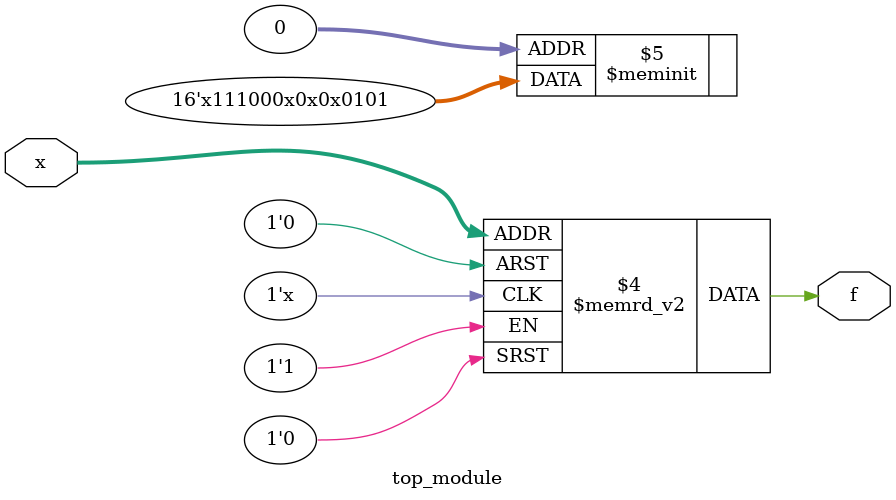
<source format=sv>
module top_module (
    input [4:1] x,
    output logic f
);

always_comb begin
    case ({x[4:3], x[2:1]})
        4'b0000, 4'b0010: f = 1'b1;
        4'b0001, 4'b0011, 4'b0101, 4'b0111, 4'b1001, 4'b1011: f = 1'b0;
        4'b1100, 4'b1101, 4'b1110: f = 1'b1;
        4'b1010: f = 1'b0;
    endcase
end

endmodule

</source>
